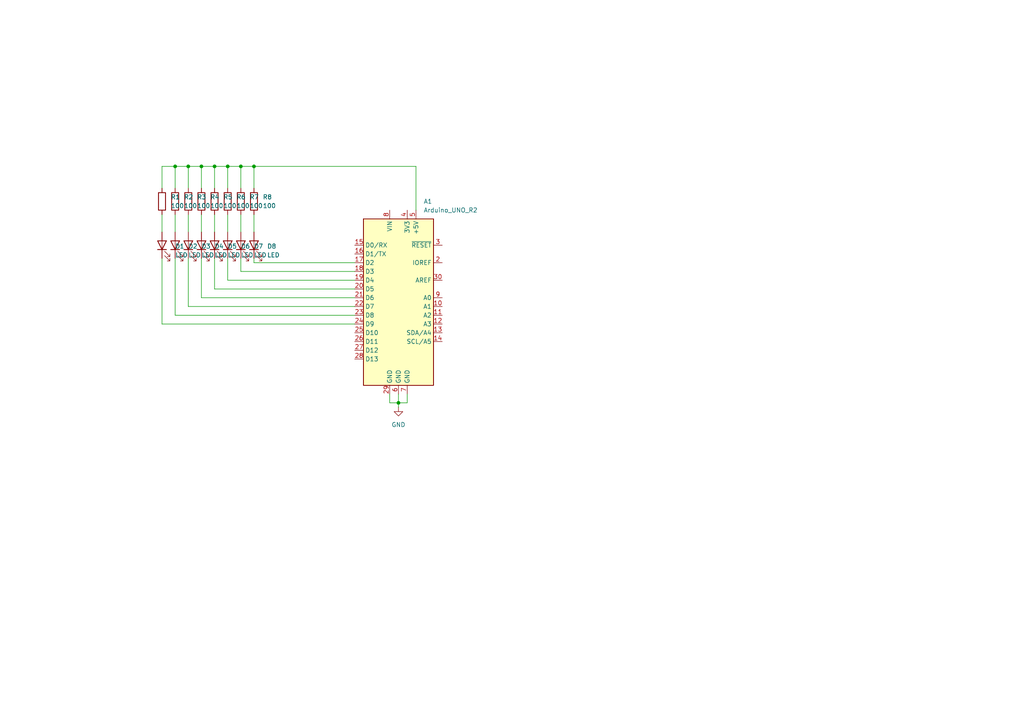
<source format=kicad_sch>
(kicad_sch (version 20230121) (generator eeschema)

  (uuid 1c7c94bc-e410-41db-8d02-72127c8df006)

  (paper "A4")

  (lib_symbols
    (symbol "Device:LED" (pin_numbers hide) (pin_names (offset 1.016) hide) (in_bom yes) (on_board yes)
      (property "Reference" "D" (at 0 2.54 0)
        (effects (font (size 1.27 1.27)))
      )
      (property "Value" "LED" (at 0 -2.54 0)
        (effects (font (size 1.27 1.27)))
      )
      (property "Footprint" "" (at 0 0 0)
        (effects (font (size 1.27 1.27)) hide)
      )
      (property "Datasheet" "~" (at 0 0 0)
        (effects (font (size 1.27 1.27)) hide)
      )
      (property "ki_keywords" "LED diode" (at 0 0 0)
        (effects (font (size 1.27 1.27)) hide)
      )
      (property "ki_description" "Light emitting diode" (at 0 0 0)
        (effects (font (size 1.27 1.27)) hide)
      )
      (property "ki_fp_filters" "LED* LED_SMD:* LED_THT:*" (at 0 0 0)
        (effects (font (size 1.27 1.27)) hide)
      )
      (symbol "LED_0_1"
        (polyline
          (pts
            (xy -1.27 -1.27)
            (xy -1.27 1.27)
          )
          (stroke (width 0.254) (type default))
          (fill (type none))
        )
        (polyline
          (pts
            (xy -1.27 0)
            (xy 1.27 0)
          )
          (stroke (width 0) (type default))
          (fill (type none))
        )
        (polyline
          (pts
            (xy 1.27 -1.27)
            (xy 1.27 1.27)
            (xy -1.27 0)
            (xy 1.27 -1.27)
          )
          (stroke (width 0.254) (type default))
          (fill (type none))
        )
        (polyline
          (pts
            (xy -3.048 -0.762)
            (xy -4.572 -2.286)
            (xy -3.81 -2.286)
            (xy -4.572 -2.286)
            (xy -4.572 -1.524)
          )
          (stroke (width 0) (type default))
          (fill (type none))
        )
        (polyline
          (pts
            (xy -1.778 -0.762)
            (xy -3.302 -2.286)
            (xy -2.54 -2.286)
            (xy -3.302 -2.286)
            (xy -3.302 -1.524)
          )
          (stroke (width 0) (type default))
          (fill (type none))
        )
      )
      (symbol "LED_1_1"
        (pin passive line (at -3.81 0 0) (length 2.54)
          (name "K" (effects (font (size 1.27 1.27))))
          (number "1" (effects (font (size 1.27 1.27))))
        )
        (pin passive line (at 3.81 0 180) (length 2.54)
          (name "A" (effects (font (size 1.27 1.27))))
          (number "2" (effects (font (size 1.27 1.27))))
        )
      )
    )
    (symbol "Device:R" (pin_numbers hide) (pin_names (offset 0)) (in_bom yes) (on_board yes)
      (property "Reference" "R" (at 2.032 0 90)
        (effects (font (size 1.27 1.27)))
      )
      (property "Value" "R" (at 0 0 90)
        (effects (font (size 1.27 1.27)))
      )
      (property "Footprint" "" (at -1.778 0 90)
        (effects (font (size 1.27 1.27)) hide)
      )
      (property "Datasheet" "~" (at 0 0 0)
        (effects (font (size 1.27 1.27)) hide)
      )
      (property "ki_keywords" "R res resistor" (at 0 0 0)
        (effects (font (size 1.27 1.27)) hide)
      )
      (property "ki_description" "Resistor" (at 0 0 0)
        (effects (font (size 1.27 1.27)) hide)
      )
      (property "ki_fp_filters" "R_*" (at 0 0 0)
        (effects (font (size 1.27 1.27)) hide)
      )
      (symbol "R_0_1"
        (rectangle (start -1.016 -2.54) (end 1.016 2.54)
          (stroke (width 0.254) (type default))
          (fill (type none))
        )
      )
      (symbol "R_1_1"
        (pin passive line (at 0 3.81 270) (length 1.27)
          (name "~" (effects (font (size 1.27 1.27))))
          (number "1" (effects (font (size 1.27 1.27))))
        )
        (pin passive line (at 0 -3.81 90) (length 1.27)
          (name "~" (effects (font (size 1.27 1.27))))
          (number "2" (effects (font (size 1.27 1.27))))
        )
      )
    )
    (symbol "MCU_Module:Arduino_UNO_R2" (in_bom yes) (on_board yes)
      (property "Reference" "A" (at -10.16 23.495 0)
        (effects (font (size 1.27 1.27)) (justify left bottom))
      )
      (property "Value" "Arduino_UNO_R2" (at 5.08 -26.67 0)
        (effects (font (size 1.27 1.27)) (justify left top))
      )
      (property "Footprint" "Module:Arduino_UNO_R2" (at 0 0 0)
        (effects (font (size 1.27 1.27) italic) hide)
      )
      (property "Datasheet" "https://www.arduino.cc/en/Main/arduinoBoardUno" (at 0 0 0)
        (effects (font (size 1.27 1.27)) hide)
      )
      (property "ki_keywords" "Arduino UNO R3 Microcontroller Module Atmel AVR USB" (at 0 0 0)
        (effects (font (size 1.27 1.27)) hide)
      )
      (property "ki_description" "Arduino UNO Microcontroller Module, release 2" (at 0 0 0)
        (effects (font (size 1.27 1.27)) hide)
      )
      (property "ki_fp_filters" "Arduino*UNO*R2*" (at 0 0 0)
        (effects (font (size 1.27 1.27)) hide)
      )
      (symbol "Arduino_UNO_R2_0_1"
        (rectangle (start -10.16 22.86) (end 10.16 -25.4)
          (stroke (width 0.254) (type default))
          (fill (type background))
        )
      )
      (symbol "Arduino_UNO_R2_1_1"
        (pin no_connect line (at -10.16 -20.32 0) (length 2.54) hide
          (name "NC" (effects (font (size 1.27 1.27))))
          (number "1" (effects (font (size 1.27 1.27))))
        )
        (pin bidirectional line (at 12.7 -2.54 180) (length 2.54)
          (name "A1" (effects (font (size 1.27 1.27))))
          (number "10" (effects (font (size 1.27 1.27))))
        )
        (pin bidirectional line (at 12.7 -5.08 180) (length 2.54)
          (name "A2" (effects (font (size 1.27 1.27))))
          (number "11" (effects (font (size 1.27 1.27))))
        )
        (pin bidirectional line (at 12.7 -7.62 180) (length 2.54)
          (name "A3" (effects (font (size 1.27 1.27))))
          (number "12" (effects (font (size 1.27 1.27))))
        )
        (pin bidirectional line (at 12.7 -10.16 180) (length 2.54)
          (name "SDA/A4" (effects (font (size 1.27 1.27))))
          (number "13" (effects (font (size 1.27 1.27))))
        )
        (pin bidirectional line (at 12.7 -12.7 180) (length 2.54)
          (name "SCL/A5" (effects (font (size 1.27 1.27))))
          (number "14" (effects (font (size 1.27 1.27))))
        )
        (pin bidirectional line (at -12.7 15.24 0) (length 2.54)
          (name "D0/RX" (effects (font (size 1.27 1.27))))
          (number "15" (effects (font (size 1.27 1.27))))
        )
        (pin bidirectional line (at -12.7 12.7 0) (length 2.54)
          (name "D1/TX" (effects (font (size 1.27 1.27))))
          (number "16" (effects (font (size 1.27 1.27))))
        )
        (pin bidirectional line (at -12.7 10.16 0) (length 2.54)
          (name "D2" (effects (font (size 1.27 1.27))))
          (number "17" (effects (font (size 1.27 1.27))))
        )
        (pin bidirectional line (at -12.7 7.62 0) (length 2.54)
          (name "D3" (effects (font (size 1.27 1.27))))
          (number "18" (effects (font (size 1.27 1.27))))
        )
        (pin bidirectional line (at -12.7 5.08 0) (length 2.54)
          (name "D4" (effects (font (size 1.27 1.27))))
          (number "19" (effects (font (size 1.27 1.27))))
        )
        (pin output line (at 12.7 10.16 180) (length 2.54)
          (name "IOREF" (effects (font (size 1.27 1.27))))
          (number "2" (effects (font (size 1.27 1.27))))
        )
        (pin bidirectional line (at -12.7 2.54 0) (length 2.54)
          (name "D5" (effects (font (size 1.27 1.27))))
          (number "20" (effects (font (size 1.27 1.27))))
        )
        (pin bidirectional line (at -12.7 0 0) (length 2.54)
          (name "D6" (effects (font (size 1.27 1.27))))
          (number "21" (effects (font (size 1.27 1.27))))
        )
        (pin bidirectional line (at -12.7 -2.54 0) (length 2.54)
          (name "D7" (effects (font (size 1.27 1.27))))
          (number "22" (effects (font (size 1.27 1.27))))
        )
        (pin bidirectional line (at -12.7 -5.08 0) (length 2.54)
          (name "D8" (effects (font (size 1.27 1.27))))
          (number "23" (effects (font (size 1.27 1.27))))
        )
        (pin bidirectional line (at -12.7 -7.62 0) (length 2.54)
          (name "D9" (effects (font (size 1.27 1.27))))
          (number "24" (effects (font (size 1.27 1.27))))
        )
        (pin bidirectional line (at -12.7 -10.16 0) (length 2.54)
          (name "D10" (effects (font (size 1.27 1.27))))
          (number "25" (effects (font (size 1.27 1.27))))
        )
        (pin bidirectional line (at -12.7 -12.7 0) (length 2.54)
          (name "D11" (effects (font (size 1.27 1.27))))
          (number "26" (effects (font (size 1.27 1.27))))
        )
        (pin bidirectional line (at -12.7 -15.24 0) (length 2.54)
          (name "D12" (effects (font (size 1.27 1.27))))
          (number "27" (effects (font (size 1.27 1.27))))
        )
        (pin bidirectional line (at -12.7 -17.78 0) (length 2.54)
          (name "D13" (effects (font (size 1.27 1.27))))
          (number "28" (effects (font (size 1.27 1.27))))
        )
        (pin power_in line (at -2.54 -27.94 90) (length 2.54)
          (name "GND" (effects (font (size 1.27 1.27))))
          (number "29" (effects (font (size 1.27 1.27))))
        )
        (pin input line (at 12.7 15.24 180) (length 2.54)
          (name "~{RESET}" (effects (font (size 1.27 1.27))))
          (number "3" (effects (font (size 1.27 1.27))))
        )
        (pin input line (at 12.7 5.08 180) (length 2.54)
          (name "AREF" (effects (font (size 1.27 1.27))))
          (number "30" (effects (font (size 1.27 1.27))))
        )
        (pin power_out line (at 2.54 25.4 270) (length 2.54)
          (name "3V3" (effects (font (size 1.27 1.27))))
          (number "4" (effects (font (size 1.27 1.27))))
        )
        (pin power_out line (at 5.08 25.4 270) (length 2.54)
          (name "+5V" (effects (font (size 1.27 1.27))))
          (number "5" (effects (font (size 1.27 1.27))))
        )
        (pin power_in line (at 0 -27.94 90) (length 2.54)
          (name "GND" (effects (font (size 1.27 1.27))))
          (number "6" (effects (font (size 1.27 1.27))))
        )
        (pin power_in line (at 2.54 -27.94 90) (length 2.54)
          (name "GND" (effects (font (size 1.27 1.27))))
          (number "7" (effects (font (size 1.27 1.27))))
        )
        (pin power_in line (at -2.54 25.4 270) (length 2.54)
          (name "VIN" (effects (font (size 1.27 1.27))))
          (number "8" (effects (font (size 1.27 1.27))))
        )
        (pin bidirectional line (at 12.7 0 180) (length 2.54)
          (name "A0" (effects (font (size 1.27 1.27))))
          (number "9" (effects (font (size 1.27 1.27))))
        )
      )
    )
    (symbol "power:GND" (power) (pin_names (offset 0)) (in_bom yes) (on_board yes)
      (property "Reference" "#PWR" (at 0 -6.35 0)
        (effects (font (size 1.27 1.27)) hide)
      )
      (property "Value" "GND" (at 0 -3.81 0)
        (effects (font (size 1.27 1.27)))
      )
      (property "Footprint" "" (at 0 0 0)
        (effects (font (size 1.27 1.27)) hide)
      )
      (property "Datasheet" "" (at 0 0 0)
        (effects (font (size 1.27 1.27)) hide)
      )
      (property "ki_keywords" "global power" (at 0 0 0)
        (effects (font (size 1.27 1.27)) hide)
      )
      (property "ki_description" "Power symbol creates a global label with name \"GND\" , ground" (at 0 0 0)
        (effects (font (size 1.27 1.27)) hide)
      )
      (symbol "GND_0_1"
        (polyline
          (pts
            (xy 0 0)
            (xy 0 -1.27)
            (xy 1.27 -1.27)
            (xy 0 -2.54)
            (xy -1.27 -1.27)
            (xy 0 -1.27)
          )
          (stroke (width 0) (type default))
          (fill (type none))
        )
      )
      (symbol "GND_1_1"
        (pin power_in line (at 0 0 270) (length 0) hide
          (name "GND" (effects (font (size 1.27 1.27))))
          (number "1" (effects (font (size 1.27 1.27))))
        )
      )
    )
  )

  (junction (at 73.66 48.26) (diameter 0) (color 0 0 0 0)
    (uuid 130b4757-d193-4f0a-8dce-81eb4724c6cc)
  )
  (junction (at 66.04 48.26) (diameter 0) (color 0 0 0 0)
    (uuid 26c32d9d-0498-41a7-93cb-2648d88be0d9)
  )
  (junction (at 50.8 48.26) (diameter 0) (color 0 0 0 0)
    (uuid 2ab75738-8bd0-4b12-ba11-4f197d309fed)
  )
  (junction (at 54.61 48.26) (diameter 0) (color 0 0 0 0)
    (uuid 62fbe593-2c0a-4442-9ce2-8565da50c1e0)
  )
  (junction (at 58.42 48.26) (diameter 0) (color 0 0 0 0)
    (uuid a156bb08-1ac2-434f-863d-aa0db47e43fa)
  )
  (junction (at 62.23 48.26) (diameter 0) (color 0 0 0 0)
    (uuid d5479fe1-5361-4e7c-84e3-1a5bf3b94e6c)
  )
  (junction (at 115.57 116.84) (diameter 0) (color 0 0 0 0)
    (uuid eeca101c-8d2d-40a3-a680-4ece21f81e62)
  )
  (junction (at 69.85 48.26) (diameter 0) (color 0 0 0 0)
    (uuid f79416da-168b-464a-9f95-d93dc72c819b)
  )

  (wire (pts (xy 58.42 54.61) (xy 58.42 48.26))
    (stroke (width 0) (type default))
    (uuid 04e0adaa-511a-4aed-82f9-e47d050e98be)
  )
  (wire (pts (xy 54.61 48.26) (xy 58.42 48.26))
    (stroke (width 0) (type default))
    (uuid 06f1b79b-ffc4-4e04-98c7-17454db34622)
  )
  (wire (pts (xy 113.03 116.84) (xy 115.57 116.84))
    (stroke (width 0) (type default))
    (uuid 0b40d0f3-7959-4bc0-8892-981ce27abe23)
  )
  (wire (pts (xy 46.99 93.98) (xy 102.87 93.98))
    (stroke (width 0) (type default))
    (uuid 0c4cd6a8-3595-46f1-88b0-7f134d6ea51f)
  )
  (wire (pts (xy 62.23 74.93) (xy 62.23 83.82))
    (stroke (width 0) (type default))
    (uuid 0dc5d15c-42bf-4a19-b00a-99b1c71e83a0)
  )
  (wire (pts (xy 58.42 62.23) (xy 58.42 67.31))
    (stroke (width 0) (type default))
    (uuid 0e4de2a2-cb0a-4e89-a81e-955915643d1c)
  )
  (wire (pts (xy 73.66 48.26) (xy 120.65 48.26))
    (stroke (width 0) (type default))
    (uuid 12ee3e6c-b65b-49da-a753-5e88a3c655b2)
  )
  (wire (pts (xy 115.57 116.84) (xy 115.57 118.11))
    (stroke (width 0) (type default))
    (uuid 1338c552-5a73-4bae-8fc0-7d22da11b1a6)
  )
  (wire (pts (xy 66.04 54.61) (xy 66.04 48.26))
    (stroke (width 0) (type default))
    (uuid 138a543e-aa03-4f7e-8e43-add2567e2eb4)
  )
  (wire (pts (xy 113.03 114.3) (xy 113.03 116.84))
    (stroke (width 0) (type default))
    (uuid 143a47e1-60bf-4e4b-a3de-347a4208a5f9)
  )
  (wire (pts (xy 66.04 62.23) (xy 66.04 67.31))
    (stroke (width 0) (type default))
    (uuid 1f59d768-4edd-4107-aa67-b749b0a3cdd5)
  )
  (wire (pts (xy 73.66 74.93) (xy 73.66 76.2))
    (stroke (width 0) (type default))
    (uuid 238d5556-7f1e-4018-94a4-6f903ffaa646)
  )
  (wire (pts (xy 62.23 62.23) (xy 62.23 67.31))
    (stroke (width 0) (type default))
    (uuid 288b7834-48a3-40e0-9a73-664f4393afea)
  )
  (wire (pts (xy 69.85 74.93) (xy 69.85 78.74))
    (stroke (width 0) (type default))
    (uuid 2ea802af-b1a3-4d02-a434-0401a7d4ff06)
  )
  (wire (pts (xy 115.57 116.84) (xy 118.11 116.84))
    (stroke (width 0) (type default))
    (uuid 35fc7ba7-5dee-46d2-b2fc-ff3f4afbc084)
  )
  (wire (pts (xy 54.61 62.23) (xy 54.61 67.31))
    (stroke (width 0) (type default))
    (uuid 36560de7-7d29-4786-b74a-7c56884f0d91)
  )
  (wire (pts (xy 58.42 48.26) (xy 62.23 48.26))
    (stroke (width 0) (type default))
    (uuid 382084de-756e-459c-822a-ae984130450b)
  )
  (wire (pts (xy 46.99 54.61) (xy 46.99 48.26))
    (stroke (width 0) (type default))
    (uuid 3a0f672f-6346-4a23-a644-ac5380b2a68e)
  )
  (wire (pts (xy 69.85 48.26) (xy 73.66 48.26))
    (stroke (width 0) (type default))
    (uuid 47f0d6e9-a006-4c27-a94b-1a2365e99bcd)
  )
  (wire (pts (xy 118.11 114.3) (xy 118.11 116.84))
    (stroke (width 0) (type default))
    (uuid 49f91751-8148-49de-a3b9-3fb17a6fa309)
  )
  (wire (pts (xy 50.8 91.44) (xy 102.87 91.44))
    (stroke (width 0) (type default))
    (uuid 4e2a9a1a-22b5-4213-8d64-b3b90af018f6)
  )
  (wire (pts (xy 46.99 74.93) (xy 46.99 93.98))
    (stroke (width 0) (type default))
    (uuid 58c29d3d-99bd-41f0-892a-a904b0b4725f)
  )
  (wire (pts (xy 50.8 54.61) (xy 50.8 48.26))
    (stroke (width 0) (type default))
    (uuid 5bd01956-8447-4eb1-bba4-f3ac8fafbd58)
  )
  (wire (pts (xy 66.04 48.26) (xy 69.85 48.26))
    (stroke (width 0) (type default))
    (uuid 5f2c2b86-a734-41f8-9a05-1e4ab81a31d8)
  )
  (wire (pts (xy 54.61 88.9) (xy 102.87 88.9))
    (stroke (width 0) (type default))
    (uuid 623e4fb0-08a6-48f9-a99f-f768716b8c03)
  )
  (wire (pts (xy 73.66 76.2) (xy 102.87 76.2))
    (stroke (width 0) (type default))
    (uuid 6eb44258-7ab1-49e8-b314-d8878c2516a0)
  )
  (wire (pts (xy 69.85 54.61) (xy 69.85 48.26))
    (stroke (width 0) (type default))
    (uuid 77a71d44-ae88-45e8-9a87-2a93167a9541)
  )
  (wire (pts (xy 73.66 54.61) (xy 73.66 48.26))
    (stroke (width 0) (type default))
    (uuid 7a12ac47-083f-4d3b-8ec9-c824dff42e65)
  )
  (wire (pts (xy 54.61 54.61) (xy 54.61 48.26))
    (stroke (width 0) (type default))
    (uuid 7f7cb6f3-3711-497e-b56d-688496704a23)
  )
  (wire (pts (xy 46.99 62.23) (xy 46.99 67.31))
    (stroke (width 0) (type default))
    (uuid 80ae31db-8bd2-4361-9e4b-000b476abec8)
  )
  (wire (pts (xy 50.8 74.93) (xy 50.8 91.44))
    (stroke (width 0) (type default))
    (uuid 86c64fc2-71ab-4e15-aeff-ad3a1ecb48a6)
  )
  (wire (pts (xy 62.23 83.82) (xy 102.87 83.82))
    (stroke (width 0) (type default))
    (uuid 8b5ccdfd-d1c1-4dd9-a89d-ee2b7254de28)
  )
  (wire (pts (xy 69.85 62.23) (xy 69.85 67.31))
    (stroke (width 0) (type default))
    (uuid 8bb237e5-2ec9-41ab-90c5-82e216f15541)
  )
  (wire (pts (xy 46.99 48.26) (xy 50.8 48.26))
    (stroke (width 0) (type default))
    (uuid 8d28551a-ce0f-41ef-87ee-6933edcf4332)
  )
  (wire (pts (xy 120.65 48.26) (xy 120.65 60.96))
    (stroke (width 0) (type default))
    (uuid 90a34759-dd64-446f-a2b2-2aa7ce854261)
  )
  (wire (pts (xy 62.23 48.26) (xy 66.04 48.26))
    (stroke (width 0) (type default))
    (uuid 90a9dd55-4a1e-4104-94c0-da81fa229522)
  )
  (wire (pts (xy 66.04 74.93) (xy 66.04 81.28))
    (stroke (width 0) (type default))
    (uuid 95f3dfd3-fc45-4ea9-b12f-5d57d8b48235)
  )
  (wire (pts (xy 50.8 62.23) (xy 50.8 67.31))
    (stroke (width 0) (type default))
    (uuid 9bd8966d-4a69-4c14-933f-300345f749e6)
  )
  (wire (pts (xy 115.57 114.3) (xy 115.57 116.84))
    (stroke (width 0) (type default))
    (uuid 9c56374d-c7e9-49de-8abb-ceca46df4b01)
  )
  (wire (pts (xy 58.42 86.36) (xy 102.87 86.36))
    (stroke (width 0) (type default))
    (uuid adc111e0-e35e-4474-87ca-dbebaf0d6854)
  )
  (wire (pts (xy 69.85 78.74) (xy 102.87 78.74))
    (stroke (width 0) (type default))
    (uuid b686e7ca-3dbb-4b55-b29f-47baf986dc0b)
  )
  (wire (pts (xy 62.23 54.61) (xy 62.23 48.26))
    (stroke (width 0) (type default))
    (uuid bffb08a8-e636-4713-ae71-9e99235f9b20)
  )
  (wire (pts (xy 50.8 48.26) (xy 54.61 48.26))
    (stroke (width 0) (type default))
    (uuid ccca0326-9302-4e9f-b7e3-e84198289a2c)
  )
  (wire (pts (xy 58.42 74.93) (xy 58.42 86.36))
    (stroke (width 0) (type default))
    (uuid d6fab30e-4ad4-47a6-8e23-4776881c4c4f)
  )
  (wire (pts (xy 54.61 74.93) (xy 54.61 88.9))
    (stroke (width 0) (type default))
    (uuid e0485f22-dfa0-4193-96b0-69b99bd274ca)
  )
  (wire (pts (xy 73.66 62.23) (xy 73.66 67.31))
    (stroke (width 0) (type default))
    (uuid e2f1b842-1083-40ff-831e-87c115dc811f)
  )
  (wire (pts (xy 66.04 81.28) (xy 102.87 81.28))
    (stroke (width 0) (type default))
    (uuid eeb2057e-e5c0-4e2a-8e88-ecf97f9d36ee)
  )

  (symbol (lib_id "Device:R") (at 73.66 58.42 0) (unit 1)
    (in_bom yes) (on_board yes) (dnp no) (fields_autoplaced)
    (uuid 054e5b9a-0b50-4fb0-b7e9-37b343ed9c5a)
    (property "Reference" "R8" (at 76.2 57.15 0)
      (effects (font (size 1.27 1.27)) (justify left))
    )
    (property "Value" "100" (at 76.2 59.69 0)
      (effects (font (size 1.27 1.27)) (justify left))
    )
    (property "Footprint" "Resistor_SMD:R_0603_1608Metric" (at 71.882 58.42 90)
      (effects (font (size 1.27 1.27)) hide)
    )
    (property "Datasheet" "~" (at 73.66 58.42 0)
      (effects (font (size 1.27 1.27)) hide)
    )
    (pin "2" (uuid 6d284998-c655-40c3-ad36-4201e9edb66a))
    (pin "1" (uuid 4eb8f224-b145-44f8-ba9b-3358da2d48cc))
    (instances
      (project "HW1"
        (path "/1c7c94bc-e410-41db-8d02-72127c8df006"
          (reference "R8") (unit 1)
        )
      )
    )
  )

  (symbol (lib_id "Device:LED") (at 66.04 71.12 90) (unit 1)
    (in_bom yes) (on_board yes) (dnp no) (fields_autoplaced)
    (uuid 060f540c-8309-468f-b3bb-c64c91d7c52b)
    (property "Reference" "D6" (at 69.85 71.4375 90)
      (effects (font (size 1.27 1.27)) (justify right))
    )
    (property "Value" "LED" (at 69.85 73.9775 90)
      (effects (font (size 1.27 1.27)) (justify right))
    )
    (property "Footprint" "LED_SMD:LED_0805_2012Metric" (at 66.04 71.12 0)
      (effects (font (size 1.27 1.27)) hide)
    )
    (property "Datasheet" "~" (at 66.04 71.12 0)
      (effects (font (size 1.27 1.27)) hide)
    )
    (pin "2" (uuid eb85ae16-2b39-43a5-865b-15b766509851))
    (pin "1" (uuid 370ad227-bf20-4df1-96c4-45cf6d4a09ea))
    (instances
      (project "HW1"
        (path "/1c7c94bc-e410-41db-8d02-72127c8df006"
          (reference "D6") (unit 1)
        )
      )
    )
  )

  (symbol (lib_id "Device:R") (at 50.8 58.42 0) (unit 1)
    (in_bom yes) (on_board yes) (dnp no) (fields_autoplaced)
    (uuid 11d8cf60-f4b2-4e3a-84f7-3678dc368751)
    (property "Reference" "R2" (at 53.34 57.15 0)
      (effects (font (size 1.27 1.27)) (justify left))
    )
    (property "Value" "100" (at 53.34 59.69 0)
      (effects (font (size 1.27 1.27)) (justify left))
    )
    (property "Footprint" "Resistor_SMD:R_0603_1608Metric" (at 49.022 58.42 90)
      (effects (font (size 1.27 1.27)) hide)
    )
    (property "Datasheet" "~" (at 50.8 58.42 0)
      (effects (font (size 1.27 1.27)) hide)
    )
    (pin "2" (uuid 8a6ac11d-c8cb-4026-a87b-5abf63ec13ef))
    (pin "1" (uuid 414b0b26-6717-4c20-80c3-bf26a7e78a39))
    (instances
      (project "HW1"
        (path "/1c7c94bc-e410-41db-8d02-72127c8df006"
          (reference "R2") (unit 1)
        )
      )
    )
  )

  (symbol (lib_id "Device:LED") (at 46.99 71.12 90) (unit 1)
    (in_bom yes) (on_board yes) (dnp no) (fields_autoplaced)
    (uuid 1c892232-e91c-46ec-bed9-a7aad3fd5b66)
    (property "Reference" "D1" (at 50.8 71.4375 90)
      (effects (font (size 1.27 1.27)) (justify right))
    )
    (property "Value" "LED" (at 50.8 73.9775 90)
      (effects (font (size 1.27 1.27)) (justify right))
    )
    (property "Footprint" "LED_SMD:LED_0805_2012Metric" (at 46.99 71.12 0)
      (effects (font (size 1.27 1.27)) hide)
    )
    (property "Datasheet" "~" (at 46.99 71.12 0)
      (effects (font (size 1.27 1.27)) hide)
    )
    (pin "2" (uuid 7a0a488e-74f7-42a2-98c8-e1318fba7e09))
    (pin "1" (uuid dc66207a-91a2-4690-9e05-4f011f7833dc))
    (instances
      (project "HW1"
        (path "/1c7c94bc-e410-41db-8d02-72127c8df006"
          (reference "D1") (unit 1)
        )
      )
    )
  )

  (symbol (lib_id "Device:LED") (at 58.42 71.12 90) (unit 1)
    (in_bom yes) (on_board yes) (dnp no) (fields_autoplaced)
    (uuid 2bd48607-49be-4a8f-aad1-b005ae82d0e3)
    (property "Reference" "D4" (at 62.23 71.4375 90)
      (effects (font (size 1.27 1.27)) (justify right))
    )
    (property "Value" "LED" (at 62.23 73.9775 90)
      (effects (font (size 1.27 1.27)) (justify right))
    )
    (property "Footprint" "LED_SMD:LED_0805_2012Metric" (at 58.42 71.12 0)
      (effects (font (size 1.27 1.27)) hide)
    )
    (property "Datasheet" "~" (at 58.42 71.12 0)
      (effects (font (size 1.27 1.27)) hide)
    )
    (pin "2" (uuid 84c5892f-fde3-4fc3-b7fa-b9cb8d3be1c6))
    (pin "1" (uuid d94b9766-e7c8-4d2e-85e3-10b849b03ed9))
    (instances
      (project "HW1"
        (path "/1c7c94bc-e410-41db-8d02-72127c8df006"
          (reference "D4") (unit 1)
        )
      )
    )
  )

  (symbol (lib_id "Device:R") (at 58.42 58.42 0) (unit 1)
    (in_bom yes) (on_board yes) (dnp no) (fields_autoplaced)
    (uuid 3dab669c-d501-4d76-a8dd-6c1df05a5b81)
    (property "Reference" "R4" (at 60.96 57.15 0)
      (effects (font (size 1.27 1.27)) (justify left))
    )
    (property "Value" "100" (at 60.96 59.69 0)
      (effects (font (size 1.27 1.27)) (justify left))
    )
    (property "Footprint" "Resistor_SMD:R_0603_1608Metric" (at 56.642 58.42 90)
      (effects (font (size 1.27 1.27)) hide)
    )
    (property "Datasheet" "~" (at 58.42 58.42 0)
      (effects (font (size 1.27 1.27)) hide)
    )
    (pin "2" (uuid 00ded6a3-63a4-47c1-94e7-0a16b20762a0))
    (pin "1" (uuid 99f0fa7e-d8b0-4f6d-88af-298655d45ad7))
    (instances
      (project "HW1"
        (path "/1c7c94bc-e410-41db-8d02-72127c8df006"
          (reference "R4") (unit 1)
        )
      )
    )
  )

  (symbol (lib_id "Device:LED") (at 69.85 71.12 90) (unit 1)
    (in_bom yes) (on_board yes) (dnp no) (fields_autoplaced)
    (uuid 3fcb368d-5dba-4752-860a-8e12616c3df6)
    (property "Reference" "D7" (at 73.66 71.4375 90)
      (effects (font (size 1.27 1.27)) (justify right))
    )
    (property "Value" "LED" (at 73.66 73.9775 90)
      (effects (font (size 1.27 1.27)) (justify right))
    )
    (property "Footprint" "LED_SMD:LED_0805_2012Metric" (at 69.85 71.12 0)
      (effects (font (size 1.27 1.27)) hide)
    )
    (property "Datasheet" "~" (at 69.85 71.12 0)
      (effects (font (size 1.27 1.27)) hide)
    )
    (pin "2" (uuid 6f8a2d4e-e035-43f0-b664-38bfdc717e74))
    (pin "1" (uuid 538438f4-f9d6-427c-9e1c-9a8bf835408d))
    (instances
      (project "HW1"
        (path "/1c7c94bc-e410-41db-8d02-72127c8df006"
          (reference "D7") (unit 1)
        )
      )
    )
  )

  (symbol (lib_id "Device:LED") (at 62.23 71.12 90) (unit 1)
    (in_bom yes) (on_board yes) (dnp no) (fields_autoplaced)
    (uuid 46efd5d8-bca8-40ef-aca1-d37c24e3c9e0)
    (property "Reference" "D5" (at 66.04 71.4375 90)
      (effects (font (size 1.27 1.27)) (justify right))
    )
    (property "Value" "LED" (at 66.04 73.9775 90)
      (effects (font (size 1.27 1.27)) (justify right))
    )
    (property "Footprint" "LED_SMD:LED_0805_2012Metric" (at 62.23 71.12 0)
      (effects (font (size 1.27 1.27)) hide)
    )
    (property "Datasheet" "~" (at 62.23 71.12 0)
      (effects (font (size 1.27 1.27)) hide)
    )
    (pin "2" (uuid 4153cfd7-720f-43c2-9228-5262b190a2aa))
    (pin "1" (uuid 1bbba38a-c609-4411-883b-d107b7e52fa6))
    (instances
      (project "HW1"
        (path "/1c7c94bc-e410-41db-8d02-72127c8df006"
          (reference "D5") (unit 1)
        )
      )
    )
  )

  (symbol (lib_id "Device:R") (at 46.99 58.42 0) (unit 1)
    (in_bom yes) (on_board yes) (dnp no) (fields_autoplaced)
    (uuid 47307885-08cf-42d0-84b2-44f82364178b)
    (property "Reference" "R1" (at 49.53 57.15 0)
      (effects (font (size 1.27 1.27)) (justify left))
    )
    (property "Value" "100" (at 49.53 59.69 0)
      (effects (font (size 1.27 1.27)) (justify left))
    )
    (property "Footprint" "Resistor_SMD:R_0603_1608Metric" (at 45.212 58.42 90)
      (effects (font (size 1.27 1.27)) hide)
    )
    (property "Datasheet" "~" (at 46.99 58.42 0)
      (effects (font (size 1.27 1.27)) hide)
    )
    (pin "2" (uuid 6c5e9ee0-6465-4630-8ca2-88538e14bc41))
    (pin "1" (uuid 628f8cb3-4b62-4fd7-82e7-a5e98f10d30f))
    (instances
      (project "HW1"
        (path "/1c7c94bc-e410-41db-8d02-72127c8df006"
          (reference "R1") (unit 1)
        )
      )
    )
  )

  (symbol (lib_id "Device:R") (at 66.04 58.42 0) (unit 1)
    (in_bom yes) (on_board yes) (dnp no) (fields_autoplaced)
    (uuid 5b422a0c-b7c6-423b-8734-db3f6e5b7ea7)
    (property "Reference" "R6" (at 68.58 57.15 0)
      (effects (font (size 1.27 1.27)) (justify left))
    )
    (property "Value" "100" (at 68.58 59.69 0)
      (effects (font (size 1.27 1.27)) (justify left))
    )
    (property "Footprint" "Resistor_SMD:R_0603_1608Metric" (at 64.262 58.42 90)
      (effects (font (size 1.27 1.27)) hide)
    )
    (property "Datasheet" "~" (at 66.04 58.42 0)
      (effects (font (size 1.27 1.27)) hide)
    )
    (pin "2" (uuid 22f9c471-b49f-45f8-9a4c-ea77d0b31fed))
    (pin "1" (uuid be439700-7d26-4f5d-9e5a-a85cfae4fe67))
    (instances
      (project "HW1"
        (path "/1c7c94bc-e410-41db-8d02-72127c8df006"
          (reference "R6") (unit 1)
        )
      )
    )
  )

  (symbol (lib_id "Device:LED") (at 73.66 71.12 90) (unit 1)
    (in_bom yes) (on_board yes) (dnp no) (fields_autoplaced)
    (uuid 60592051-99e2-4828-8daa-eb9df9c5cf9e)
    (property "Reference" "D8" (at 77.47 71.4375 90)
      (effects (font (size 1.27 1.27)) (justify right))
    )
    (property "Value" "LED" (at 77.47 73.9775 90)
      (effects (font (size 1.27 1.27)) (justify right))
    )
    (property "Footprint" "LED_SMD:LED_0805_2012Metric" (at 73.66 71.12 0)
      (effects (font (size 1.27 1.27)) hide)
    )
    (property "Datasheet" "~" (at 73.66 71.12 0)
      (effects (font (size 1.27 1.27)) hide)
    )
    (pin "2" (uuid a7717c53-6b44-46f1-a76e-b3e978684707))
    (pin "1" (uuid 6c56d433-deb8-43a7-bc8c-6583bb0ebdb8))
    (instances
      (project "HW1"
        (path "/1c7c94bc-e410-41db-8d02-72127c8df006"
          (reference "D8") (unit 1)
        )
      )
    )
  )

  (symbol (lib_id "Device:LED") (at 54.61 71.12 90) (unit 1)
    (in_bom yes) (on_board yes) (dnp no) (fields_autoplaced)
    (uuid 90c8218c-66c0-4fd7-9bb7-74687e6c4337)
    (property "Reference" "D3" (at 58.42 71.4375 90)
      (effects (font (size 1.27 1.27)) (justify right))
    )
    (property "Value" "LED" (at 58.42 73.9775 90)
      (effects (font (size 1.27 1.27)) (justify right))
    )
    (property "Footprint" "LED_SMD:LED_0805_2012Metric" (at 54.61 71.12 0)
      (effects (font (size 1.27 1.27)) hide)
    )
    (property "Datasheet" "~" (at 54.61 71.12 0)
      (effects (font (size 1.27 1.27)) hide)
    )
    (pin "2" (uuid 036ed274-282e-4fee-83fe-3e2d6cb918c9))
    (pin "1" (uuid 055da779-be0e-4a5d-a90c-a6a82f83604e))
    (instances
      (project "HW1"
        (path "/1c7c94bc-e410-41db-8d02-72127c8df006"
          (reference "D3") (unit 1)
        )
      )
    )
  )

  (symbol (lib_id "Device:R") (at 62.23 58.42 0) (unit 1)
    (in_bom yes) (on_board yes) (dnp no) (fields_autoplaced)
    (uuid 9203aa60-ac8e-41d8-a487-5a315a4079a4)
    (property "Reference" "R5" (at 64.77 57.15 0)
      (effects (font (size 1.27 1.27)) (justify left))
    )
    (property "Value" "100" (at 64.77 59.69 0)
      (effects (font (size 1.27 1.27)) (justify left))
    )
    (property "Footprint" "Resistor_SMD:R_0603_1608Metric" (at 60.452 58.42 90)
      (effects (font (size 1.27 1.27)) hide)
    )
    (property "Datasheet" "~" (at 62.23 58.42 0)
      (effects (font (size 1.27 1.27)) hide)
    )
    (pin "2" (uuid e4bca2d1-74aa-4142-aa6d-01776634e215))
    (pin "1" (uuid cdc83170-28fc-442f-98ea-a1d13953371a))
    (instances
      (project "HW1"
        (path "/1c7c94bc-e410-41db-8d02-72127c8df006"
          (reference "R5") (unit 1)
        )
      )
    )
  )

  (symbol (lib_id "power:GND") (at 115.57 118.11 0) (unit 1)
    (in_bom yes) (on_board yes) (dnp no) (fields_autoplaced)
    (uuid 94bcaabd-412e-4753-abe7-cc34e52ca3cf)
    (property "Reference" "#PWR01" (at 115.57 124.46 0)
      (effects (font (size 1.27 1.27)) hide)
    )
    (property "Value" "GND" (at 115.57 123.19 0)
      (effects (font (size 1.27 1.27)))
    )
    (property "Footprint" "" (at 115.57 118.11 0)
      (effects (font (size 1.27 1.27)) hide)
    )
    (property "Datasheet" "" (at 115.57 118.11 0)
      (effects (font (size 1.27 1.27)) hide)
    )
    (pin "1" (uuid 4b9363d5-963a-4c47-98b4-cd193f8262ca))
    (instances
      (project "HW1"
        (path "/1c7c94bc-e410-41db-8d02-72127c8df006"
          (reference "#PWR01") (unit 1)
        )
      )
    )
  )

  (symbol (lib_id "Device:LED") (at 50.8 71.12 90) (unit 1)
    (in_bom yes) (on_board yes) (dnp no) (fields_autoplaced)
    (uuid b677e428-fd76-45b2-9465-a626b0275d36)
    (property "Reference" "D2" (at 54.61 71.4375 90)
      (effects (font (size 1.27 1.27)) (justify right))
    )
    (property "Value" "LED" (at 54.61 73.9775 90)
      (effects (font (size 1.27 1.27)) (justify right))
    )
    (property "Footprint" "LED_SMD:LED_0805_2012Metric" (at 50.8 71.12 0)
      (effects (font (size 1.27 1.27)) hide)
    )
    (property "Datasheet" "~" (at 50.8 71.12 0)
      (effects (font (size 1.27 1.27)) hide)
    )
    (pin "2" (uuid a118383c-0096-43de-8e51-7c6acb2f021d))
    (pin "1" (uuid 62bf9372-9da1-44b1-86a2-d080bbbd44fb))
    (instances
      (project "HW1"
        (path "/1c7c94bc-e410-41db-8d02-72127c8df006"
          (reference "D2") (unit 1)
        )
      )
    )
  )

  (symbol (lib_id "MCU_Module:Arduino_UNO_R2") (at 115.57 86.36 0) (unit 1)
    (in_bom yes) (on_board yes) (dnp no) (fields_autoplaced)
    (uuid c64bef81-2a1a-4f01-afb7-a9bd9c3ed50b)
    (property "Reference" "A1" (at 122.8441 58.42 0)
      (effects (font (size 1.27 1.27)) (justify left))
    )
    (property "Value" "Arduino_UNO_R2" (at 122.8441 60.96 0)
      (effects (font (size 1.27 1.27)) (justify left))
    )
    (property "Footprint" "Module:Arduino_UNO_R2" (at 115.57 86.36 0)
      (effects (font (size 1.27 1.27) italic) hide)
    )
    (property "Datasheet" "https://www.arduino.cc/en/Main/arduinoBoardUno" (at 115.57 86.36 0)
      (effects (font (size 1.27 1.27)) hide)
    )
    (pin "27" (uuid d864d0d3-578f-4503-a4f1-560ea0374f49))
    (pin "16" (uuid 083ae7be-9345-41d1-a6a8-6202c6a93ccc))
    (pin "11" (uuid 8842949e-18aa-4553-bdf0-35aafc72afd5))
    (pin "30" (uuid c2736e82-acc4-406b-9516-d2b6ed7e198e))
    (pin "4" (uuid 0f575f78-70a0-4123-828f-7a1f9d05510b))
    (pin "12" (uuid 64d5eab5-4f1f-49f3-8bc5-8415f33bff5a))
    (pin "28" (uuid 8250c092-9c4e-4409-89e7-211ffb21d71c))
    (pin "7" (uuid 64b9a5f7-1924-4b8c-9078-aa4f48ed458b))
    (pin "26" (uuid a73363b0-a230-411d-838d-9fc26cd29e36))
    (pin "8" (uuid 63fc6a61-ce4f-4597-a782-e24510330228))
    (pin "21" (uuid 7784992c-c84b-4111-abaa-fe4d93fdf38f))
    (pin "20" (uuid 6475320c-cec7-40c8-b208-a1d08bb7826e))
    (pin "3" (uuid 539affa2-6ddc-4445-931c-e12fe26d4156))
    (pin "14" (uuid 5af8c7d3-e6a3-4b8b-ac35-ecc7b3d15533))
    (pin "29" (uuid 98309028-3da2-4e30-a85a-d387bbb30e0c))
    (pin "2" (uuid 853445d5-fab0-43f9-b805-1881132868dd))
    (pin "19" (uuid fd643af8-79d0-490c-9191-22b26f12673c))
    (pin "23" (uuid c609e9cd-a799-41cf-9757-a50a087f6823))
    (pin "22" (uuid b624f6b2-5a7b-4ef8-8ddc-c684ab01265f))
    (pin "10" (uuid eec7a49b-190c-47b0-8787-9266aaf8a705))
    (pin "24" (uuid 3d8e2808-9bdb-4f81-980f-3d41143f5112))
    (pin "9" (uuid 752c2a92-9ac7-454e-ad50-dd70b4a0d695))
    (pin "15" (uuid 298d81d7-7c55-43f6-aca1-e20e8c07c968))
    (pin "5" (uuid 87825f87-32b8-4bb0-bd5f-73dc1668fc52))
    (pin "17" (uuid 82040915-4444-4035-9654-2aa0264f7145))
    (pin "6" (uuid aa5db2a6-cd54-483e-83c7-bd4bcdde998f))
    (pin "18" (uuid 1de9086a-d738-45af-a592-ae96cf92e2cd))
    (pin "1" (uuid 23377fba-a34a-4164-ab84-7ac58895f793))
    (pin "25" (uuid 3e6316e8-bb36-4403-82e8-956528240c0c))
    (pin "13" (uuid 1109b097-b352-4fc3-b47b-662b7f659afe))
    (instances
      (project "HW1"
        (path "/1c7c94bc-e410-41db-8d02-72127c8df006"
          (reference "A1") (unit 1)
        )
      )
    )
  )

  (symbol (lib_id "Device:R") (at 54.61 58.42 0) (unit 1)
    (in_bom yes) (on_board yes) (dnp no) (fields_autoplaced)
    (uuid cb1cf82b-e4f6-4cb4-98ae-a53c643fc584)
    (property "Reference" "R3" (at 57.15 57.15 0)
      (effects (font (size 1.27 1.27)) (justify left))
    )
    (property "Value" "100" (at 57.15 59.69 0)
      (effects (font (size 1.27 1.27)) (justify left))
    )
    (property "Footprint" "Resistor_SMD:R_0603_1608Metric" (at 52.832 58.42 90)
      (effects (font (size 1.27 1.27)) hide)
    )
    (property "Datasheet" "~" (at 54.61 58.42 0)
      (effects (font (size 1.27 1.27)) hide)
    )
    (pin "2" (uuid c8877b09-8312-4d5a-83e4-ab8b78897dc0))
    (pin "1" (uuid 4b384dba-23cf-44dd-8c2f-1cc33ca0500e))
    (instances
      (project "HW1"
        (path "/1c7c94bc-e410-41db-8d02-72127c8df006"
          (reference "R3") (unit 1)
        )
      )
    )
  )

  (symbol (lib_id "Device:R") (at 69.85 58.42 0) (unit 1)
    (in_bom yes) (on_board yes) (dnp no) (fields_autoplaced)
    (uuid e3529c89-bf32-4849-bc59-c60e2938a069)
    (property "Reference" "R7" (at 72.39 57.15 0)
      (effects (font (size 1.27 1.27)) (justify left))
    )
    (property "Value" "100" (at 72.39 59.69 0)
      (effects (font (size 1.27 1.27)) (justify left))
    )
    (property "Footprint" "Resistor_SMD:R_0603_1608Metric" (at 68.072 58.42 90)
      (effects (font (size 1.27 1.27)) hide)
    )
    (property "Datasheet" "~" (at 69.85 58.42 0)
      (effects (font (size 1.27 1.27)) hide)
    )
    (pin "2" (uuid 9ee4f5aa-57cc-4835-892e-c846b4d5399b))
    (pin "1" (uuid 5ab77bf5-f5ed-49c3-9b8b-b56d55c64619))
    (instances
      (project "HW1"
        (path "/1c7c94bc-e410-41db-8d02-72127c8df006"
          (reference "R7") (unit 1)
        )
      )
    )
  )

  (sheet_instances
    (path "/" (page "1"))
  )
)

</source>
